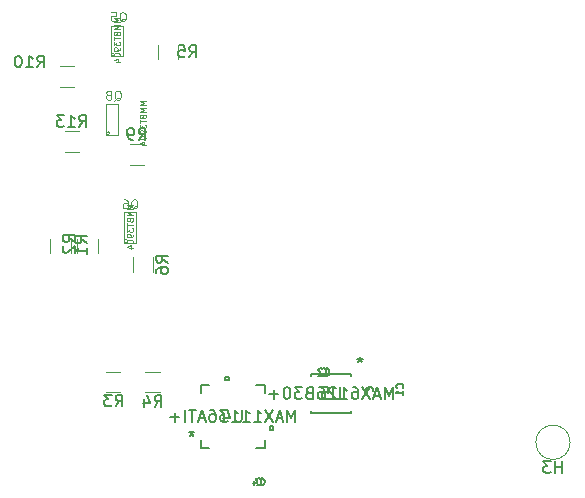
<source format=gbr>
G04 #@! TF.GenerationSoftware,KiCad,Pcbnew,(5.0.1)-rc2*
G04 #@! TF.CreationDate,2018-11-18T14:41:54-07:00*
G04 #@! TF.ProjectId,PowerSupply,506F776572537570706C792E6B696361,rev?*
G04 #@! TF.SameCoordinates,Original*
G04 #@! TF.FileFunction,Legend,Bot*
G04 #@! TF.FilePolarity,Positive*
%FSLAX46Y46*%
G04 Gerber Fmt 4.6, Leading zero omitted, Abs format (unit mm)*
G04 Created by KiCad (PCBNEW (5.0.1)-rc2) date 11/18/2018 2:41:54 PM*
%MOMM*%
%LPD*%
G01*
G04 APERTURE LIST*
%ADD10C,0.120000*%
%ADD11C,0.152400*%
%ADD12C,0.078740*%
%ADD13C,0.150000*%
%ADD14C,0.127000*%
%ADD15C,0.119380*%
%ADD16C,0.099060*%
G04 APERTURE END LIST*
D10*
G04 #@! TO.C,R5*
X214480000Y-93550000D02*
X214480000Y-92350000D01*
X212720000Y-92350000D02*
X212720000Y-93550000D01*
G04 #@! TO.C,R1*
X203616000Y-108766000D02*
X203616000Y-109966000D01*
X205376000Y-109966000D02*
X205376000Y-108766000D01*
G04 #@! TO.C,R2*
X205902000Y-108766000D02*
X205902000Y-109966000D01*
X207662000Y-109966000D02*
X207662000Y-108766000D01*
G04 #@! TO.C,R3*
X209550000Y-120020000D02*
X208350000Y-120020000D01*
X208350000Y-121780000D02*
X209550000Y-121780000D01*
G04 #@! TO.C,R4*
X211700000Y-121780000D02*
X212900000Y-121780000D01*
X212900000Y-120020000D02*
X211700000Y-120020000D01*
G04 #@! TO.C,R6*
X210620000Y-110350000D02*
X210620000Y-111550000D01*
X212380000Y-111550000D02*
X212380000Y-110350000D01*
G04 #@! TO.C,R9*
X211550000Y-100720000D02*
X210350000Y-100720000D01*
X210350000Y-102480000D02*
X211550000Y-102480000D01*
G04 #@! TO.C,R10*
X204450000Y-95880000D02*
X205650000Y-95880000D01*
X205650000Y-94120000D02*
X204450000Y-94120000D01*
G04 #@! TO.C,R13*
X204850000Y-101380000D02*
X206050000Y-101380000D01*
X206050000Y-99620000D02*
X204850000Y-99620000D01*
D11*
G04 #@! TO.C,U4*
X216420300Y-121120300D02*
X217114860Y-121120300D01*
X221779700Y-121120300D02*
X221779700Y-121814860D01*
X221779700Y-126479700D02*
X221085140Y-126479700D01*
X216420300Y-126479700D02*
X216420300Y-125785140D01*
X216420300Y-121814860D02*
X216420300Y-121120300D01*
X221085140Y-121120300D02*
X221779700Y-121120300D01*
X221779700Y-125785140D02*
X221779700Y-126479700D01*
X217114860Y-126479700D02*
X216420300Y-126479700D01*
X218409501Y-120688500D02*
X218409501Y-120434500D01*
X218409501Y-120434500D02*
X218790501Y-120434500D01*
X218790501Y-120434500D02*
X218790501Y-120688500D01*
X218790501Y-120688500D02*
X218409501Y-120688500D01*
X222465500Y-124990501D02*
X222465500Y-124609501D01*
X222465500Y-124609501D02*
X222211500Y-124609501D01*
X222211500Y-124609501D02*
X222211500Y-124990501D01*
X222211500Y-124990501D02*
X222465500Y-124990501D01*
G04 #@! TO.C,U5*
X229092000Y-123551399D02*
X225739200Y-123551399D01*
X225739200Y-123551399D02*
X225739200Y-123385938D01*
X225739200Y-120198599D02*
X229092000Y-120198599D01*
X229092000Y-120198599D02*
X229092000Y-120364060D01*
X229092000Y-123385938D02*
X229092000Y-123551399D01*
X225739200Y-120364060D02*
X225739200Y-120198599D01*
D12*
G04 #@! TO.C,Q5*
X209108550Y-93176020D02*
G75*
G03X209108550Y-93176020I-159070J0D01*
G01*
X209808000Y-90730000D02*
X208792000Y-90730000D01*
X209808000Y-93333500D02*
X208792000Y-93333500D01*
X208792000Y-90730000D02*
X208792000Y-93333500D01*
X209808000Y-93333500D02*
X209808000Y-90730000D01*
G04 #@! TO.C,Q6*
X210908000Y-109133500D02*
X210908000Y-106530000D01*
X209892000Y-106530000D02*
X209892000Y-109133500D01*
X210908000Y-109133500D02*
X209892000Y-109133500D01*
X210908000Y-106530000D02*
X209892000Y-106530000D01*
X210208550Y-108976020D02*
G75*
G03X210208550Y-108976020I-159070J0D01*
G01*
G04 #@! TO.C,Q8*
X209407820Y-99986000D02*
X209407820Y-97382500D01*
X208391820Y-97382500D02*
X208391820Y-99986000D01*
X209407820Y-99986000D02*
X208391820Y-99986000D01*
X209407820Y-97382500D02*
X208391820Y-97382500D01*
X208708370Y-99828520D02*
G75*
G03X208708370Y-99828520I-159070J0D01*
G01*
D10*
G04 #@! TO.C,H3*
X247650000Y-126000000D02*
G75*
G03X247650000Y-126000000I-1450000J0D01*
G01*
G04 #@! TO.C,R5*
D13*
X215416666Y-93402380D02*
X215750000Y-92926190D01*
X215988095Y-93402380D02*
X215988095Y-92402380D01*
X215607142Y-92402380D01*
X215511904Y-92450000D01*
X215464285Y-92497619D01*
X215416666Y-92592857D01*
X215416666Y-92735714D01*
X215464285Y-92830952D01*
X215511904Y-92878571D01*
X215607142Y-92926190D01*
X215988095Y-92926190D01*
X214511904Y-92402380D02*
X214988095Y-92402380D01*
X215035714Y-92878571D01*
X214988095Y-92830952D01*
X214892857Y-92783333D01*
X214654761Y-92783333D01*
X214559523Y-92830952D01*
X214511904Y-92878571D01*
X214464285Y-92973809D01*
X214464285Y-93211904D01*
X214511904Y-93307142D01*
X214559523Y-93354761D01*
X214654761Y-93402380D01*
X214892857Y-93402380D01*
X214988095Y-93354761D01*
X215035714Y-93307142D01*
G04 #@! TO.C,C1*
D14*
X233487714Y-121398400D02*
X233516742Y-121369371D01*
X233545771Y-121282285D01*
X233545771Y-121224228D01*
X233516742Y-121137142D01*
X233458685Y-121079085D01*
X233400628Y-121050057D01*
X233284514Y-121021028D01*
X233197428Y-121021028D01*
X233081314Y-121050057D01*
X233023257Y-121079085D01*
X232965200Y-121137142D01*
X232936171Y-121224228D01*
X232936171Y-121282285D01*
X232965200Y-121369371D01*
X232994228Y-121398400D01*
X233545771Y-121978971D02*
X233545771Y-121630628D01*
X233545771Y-121804800D02*
X232936171Y-121804800D01*
X233023257Y-121746742D01*
X233081314Y-121688685D01*
X233110342Y-121630628D01*
X230947714Y-121688685D02*
X230976742Y-121659657D01*
X231005771Y-121572571D01*
X231005771Y-121514514D01*
X230976742Y-121427428D01*
X230918685Y-121369371D01*
X230860628Y-121340342D01*
X230744514Y-121311314D01*
X230657428Y-121311314D01*
X230541314Y-121340342D01*
X230483257Y-121369371D01*
X230425200Y-121427428D01*
X230396171Y-121514514D01*
X230396171Y-121572571D01*
X230425200Y-121659657D01*
X230454228Y-121688685D01*
G04 #@! TO.C,C2*
X226902440Y-120287714D02*
X226931468Y-120316742D01*
X227018554Y-120345771D01*
X227076611Y-120345771D01*
X227163697Y-120316742D01*
X227221754Y-120258685D01*
X227250782Y-120200628D01*
X227279811Y-120084514D01*
X227279811Y-119997428D01*
X227250782Y-119881314D01*
X227221754Y-119823257D01*
X227163697Y-119765200D01*
X227076611Y-119736171D01*
X227018554Y-119736171D01*
X226931468Y-119765200D01*
X226902440Y-119794228D01*
X226670211Y-119794228D02*
X226641182Y-119765200D01*
X226583125Y-119736171D01*
X226437982Y-119736171D01*
X226379925Y-119765200D01*
X226350897Y-119794228D01*
X226321868Y-119852285D01*
X226321868Y-119910342D01*
X226350897Y-119997428D01*
X226699240Y-120345771D01*
X226321868Y-120345771D01*
X226612154Y-120287714D02*
X226641182Y-120316742D01*
X226728268Y-120345771D01*
X226786325Y-120345771D01*
X226873411Y-120316742D01*
X226931468Y-120258685D01*
X226960497Y-120200628D01*
X226989525Y-120084514D01*
X226989525Y-119997428D01*
X226960497Y-119881314D01*
X226931468Y-119823257D01*
X226873411Y-119765200D01*
X226786325Y-119736171D01*
X226728268Y-119736171D01*
X226641182Y-119765200D01*
X226612154Y-119794228D01*
G04 #@! TO.C,C4*
X221401600Y-129587714D02*
X221430628Y-129616742D01*
X221517714Y-129645771D01*
X221575771Y-129645771D01*
X221662857Y-129616742D01*
X221720914Y-129558685D01*
X221749942Y-129500628D01*
X221778971Y-129384514D01*
X221778971Y-129297428D01*
X221749942Y-129181314D01*
X221720914Y-129123257D01*
X221662857Y-129065200D01*
X221575771Y-129036171D01*
X221517714Y-129036171D01*
X221430628Y-129065200D01*
X221401600Y-129094228D01*
X220879085Y-129239371D02*
X220879085Y-129645771D01*
X221024228Y-129007142D02*
X221169371Y-129442571D01*
X220792000Y-129442571D01*
X221111314Y-129587714D02*
X221140342Y-129616742D01*
X221227428Y-129645771D01*
X221285485Y-129645771D01*
X221372571Y-129616742D01*
X221430628Y-129558685D01*
X221459657Y-129500628D01*
X221488685Y-129384514D01*
X221488685Y-129297428D01*
X221459657Y-129181314D01*
X221430628Y-129123257D01*
X221372571Y-129065200D01*
X221285485Y-129036171D01*
X221227428Y-129036171D01*
X221140342Y-129065200D01*
X221111314Y-129094228D01*
G04 #@! TO.C,R1*
D13*
X206726380Y-109133333D02*
X206250190Y-108800000D01*
X206726380Y-108561904D02*
X205726380Y-108561904D01*
X205726380Y-108942857D01*
X205774000Y-109038095D01*
X205821619Y-109085714D01*
X205916857Y-109133333D01*
X206059714Y-109133333D01*
X206154952Y-109085714D01*
X206202571Y-109038095D01*
X206250190Y-108942857D01*
X206250190Y-108561904D01*
X206726380Y-110085714D02*
X206726380Y-109514285D01*
X206726380Y-109800000D02*
X205726380Y-109800000D01*
X205869238Y-109704761D01*
X205964476Y-109609523D01*
X206012095Y-109514285D01*
G04 #@! TO.C,R2*
X205710380Y-109011333D02*
X205234190Y-108678000D01*
X205710380Y-108439904D02*
X204710380Y-108439904D01*
X204710380Y-108820857D01*
X204758000Y-108916095D01*
X204805619Y-108963714D01*
X204900857Y-109011333D01*
X205043714Y-109011333D01*
X205138952Y-108963714D01*
X205186571Y-108916095D01*
X205234190Y-108820857D01*
X205234190Y-108439904D01*
X204805619Y-109392285D02*
X204758000Y-109439904D01*
X204710380Y-109535142D01*
X204710380Y-109773238D01*
X204758000Y-109868476D01*
X204805619Y-109916095D01*
X204900857Y-109963714D01*
X204996095Y-109963714D01*
X205138952Y-109916095D01*
X205710380Y-109344666D01*
X205710380Y-109963714D01*
G04 #@! TO.C,R3*
X209166666Y-122952380D02*
X209500000Y-122476190D01*
X209738095Y-122952380D02*
X209738095Y-121952380D01*
X209357142Y-121952380D01*
X209261904Y-122000000D01*
X209214285Y-122047619D01*
X209166666Y-122142857D01*
X209166666Y-122285714D01*
X209214285Y-122380952D01*
X209261904Y-122428571D01*
X209357142Y-122476190D01*
X209738095Y-122476190D01*
X208833333Y-121952380D02*
X208214285Y-121952380D01*
X208547619Y-122333333D01*
X208404761Y-122333333D01*
X208309523Y-122380952D01*
X208261904Y-122428571D01*
X208214285Y-122523809D01*
X208214285Y-122761904D01*
X208261904Y-122857142D01*
X208309523Y-122904761D01*
X208404761Y-122952380D01*
X208690476Y-122952380D01*
X208785714Y-122904761D01*
X208833333Y-122857142D01*
G04 #@! TO.C,R4*
X212466666Y-123002380D02*
X212800000Y-122526190D01*
X213038095Y-123002380D02*
X213038095Y-122002380D01*
X212657142Y-122002380D01*
X212561904Y-122050000D01*
X212514285Y-122097619D01*
X212466666Y-122192857D01*
X212466666Y-122335714D01*
X212514285Y-122430952D01*
X212561904Y-122478571D01*
X212657142Y-122526190D01*
X213038095Y-122526190D01*
X211609523Y-122335714D02*
X211609523Y-123002380D01*
X211847619Y-121954761D02*
X212085714Y-122669047D01*
X211466666Y-122669047D01*
G04 #@! TO.C,R6*
X213602380Y-110783333D02*
X213126190Y-110450000D01*
X213602380Y-110211904D02*
X212602380Y-110211904D01*
X212602380Y-110592857D01*
X212650000Y-110688095D01*
X212697619Y-110735714D01*
X212792857Y-110783333D01*
X212935714Y-110783333D01*
X213030952Y-110735714D01*
X213078571Y-110688095D01*
X213126190Y-110592857D01*
X213126190Y-110211904D01*
X212602380Y-111640476D02*
X212602380Y-111450000D01*
X212650000Y-111354761D01*
X212697619Y-111307142D01*
X212840476Y-111211904D01*
X213030952Y-111164285D01*
X213411904Y-111164285D01*
X213507142Y-111211904D01*
X213554761Y-111259523D01*
X213602380Y-111354761D01*
X213602380Y-111545238D01*
X213554761Y-111640476D01*
X213507142Y-111688095D01*
X213411904Y-111735714D01*
X213173809Y-111735714D01*
X213078571Y-111688095D01*
X213030952Y-111640476D01*
X212983333Y-111545238D01*
X212983333Y-111354761D01*
X213030952Y-111259523D01*
X213078571Y-111211904D01*
X213173809Y-111164285D01*
G04 #@! TO.C,R9*
X211116666Y-100402380D02*
X211450000Y-99926190D01*
X211688095Y-100402380D02*
X211688095Y-99402380D01*
X211307142Y-99402380D01*
X211211904Y-99450000D01*
X211164285Y-99497619D01*
X211116666Y-99592857D01*
X211116666Y-99735714D01*
X211164285Y-99830952D01*
X211211904Y-99878571D01*
X211307142Y-99926190D01*
X211688095Y-99926190D01*
X210640476Y-100402380D02*
X210450000Y-100402380D01*
X210354761Y-100354761D01*
X210307142Y-100307142D01*
X210211904Y-100164285D01*
X210164285Y-99973809D01*
X210164285Y-99592857D01*
X210211904Y-99497619D01*
X210259523Y-99450000D01*
X210354761Y-99402380D01*
X210545238Y-99402380D01*
X210640476Y-99450000D01*
X210688095Y-99497619D01*
X210735714Y-99592857D01*
X210735714Y-99830952D01*
X210688095Y-99926190D01*
X210640476Y-99973809D01*
X210545238Y-100021428D01*
X210354761Y-100021428D01*
X210259523Y-99973809D01*
X210211904Y-99926190D01*
X210164285Y-99830952D01*
G04 #@! TO.C,R10*
X202542857Y-94252380D02*
X202876190Y-93776190D01*
X203114285Y-94252380D02*
X203114285Y-93252380D01*
X202733333Y-93252380D01*
X202638095Y-93300000D01*
X202590476Y-93347619D01*
X202542857Y-93442857D01*
X202542857Y-93585714D01*
X202590476Y-93680952D01*
X202638095Y-93728571D01*
X202733333Y-93776190D01*
X203114285Y-93776190D01*
X201590476Y-94252380D02*
X202161904Y-94252380D01*
X201876190Y-94252380D02*
X201876190Y-93252380D01*
X201971428Y-93395238D01*
X202066666Y-93490476D01*
X202161904Y-93538095D01*
X200971428Y-93252380D02*
X200876190Y-93252380D01*
X200780952Y-93300000D01*
X200733333Y-93347619D01*
X200685714Y-93442857D01*
X200638095Y-93633333D01*
X200638095Y-93871428D01*
X200685714Y-94061904D01*
X200733333Y-94157142D01*
X200780952Y-94204761D01*
X200876190Y-94252380D01*
X200971428Y-94252380D01*
X201066666Y-94204761D01*
X201114285Y-94157142D01*
X201161904Y-94061904D01*
X201209523Y-93871428D01*
X201209523Y-93633333D01*
X201161904Y-93442857D01*
X201114285Y-93347619D01*
X201066666Y-93300000D01*
X200971428Y-93252380D01*
G04 #@! TO.C,R13*
X206092857Y-99302380D02*
X206426190Y-98826190D01*
X206664285Y-99302380D02*
X206664285Y-98302380D01*
X206283333Y-98302380D01*
X206188095Y-98350000D01*
X206140476Y-98397619D01*
X206092857Y-98492857D01*
X206092857Y-98635714D01*
X206140476Y-98730952D01*
X206188095Y-98778571D01*
X206283333Y-98826190D01*
X206664285Y-98826190D01*
X205140476Y-99302380D02*
X205711904Y-99302380D01*
X205426190Y-99302380D02*
X205426190Y-98302380D01*
X205521428Y-98445238D01*
X205616666Y-98540476D01*
X205711904Y-98588095D01*
X204807142Y-98302380D02*
X204188095Y-98302380D01*
X204521428Y-98683333D01*
X204378571Y-98683333D01*
X204283333Y-98730952D01*
X204235714Y-98778571D01*
X204188095Y-98873809D01*
X204188095Y-99111904D01*
X204235714Y-99207142D01*
X204283333Y-99254761D01*
X204378571Y-99302380D01*
X204664285Y-99302380D01*
X204759523Y-99254761D01*
X204807142Y-99207142D01*
G04 #@! TO.C,U4*
X219861904Y-123252380D02*
X219861904Y-124061904D01*
X219814285Y-124157142D01*
X219766666Y-124204761D01*
X219671428Y-124252380D01*
X219480952Y-124252380D01*
X219385714Y-124204761D01*
X219338095Y-124157142D01*
X219290476Y-124061904D01*
X219290476Y-123252380D01*
X218385714Y-123585714D02*
X218385714Y-124252380D01*
X218623809Y-123204761D02*
X218861904Y-123919047D01*
X218242857Y-123919047D01*
X224385714Y-124252380D02*
X224385714Y-123252380D01*
X224052380Y-123966666D01*
X223719047Y-123252380D01*
X223719047Y-124252380D01*
X223290476Y-123966666D02*
X222814285Y-123966666D01*
X223385714Y-124252380D02*
X223052380Y-123252380D01*
X222719047Y-124252380D01*
X222480952Y-123252380D02*
X221814285Y-124252380D01*
X221814285Y-123252380D02*
X222480952Y-124252380D01*
X220909523Y-124252380D02*
X221480952Y-124252380D01*
X221195238Y-124252380D02*
X221195238Y-123252380D01*
X221290476Y-123395238D01*
X221385714Y-123490476D01*
X221480952Y-123538095D01*
X219957142Y-124252380D02*
X220528571Y-124252380D01*
X220242857Y-124252380D02*
X220242857Y-123252380D01*
X220338095Y-123395238D01*
X220433333Y-123490476D01*
X220528571Y-123538095D01*
X219004761Y-124252380D02*
X219576190Y-124252380D01*
X219290476Y-124252380D02*
X219290476Y-123252380D01*
X219385714Y-123395238D01*
X219480952Y-123490476D01*
X219576190Y-123538095D01*
X218671428Y-123252380D02*
X218052380Y-123252380D01*
X218385714Y-123633333D01*
X218242857Y-123633333D01*
X218147619Y-123680952D01*
X218100000Y-123728571D01*
X218052380Y-123823809D01*
X218052380Y-124061904D01*
X218100000Y-124157142D01*
X218147619Y-124204761D01*
X218242857Y-124252380D01*
X218528571Y-124252380D01*
X218623809Y-124204761D01*
X218671428Y-124157142D01*
X217195238Y-123252380D02*
X217385714Y-123252380D01*
X217480952Y-123300000D01*
X217528571Y-123347619D01*
X217623809Y-123490476D01*
X217671428Y-123680952D01*
X217671428Y-124061904D01*
X217623809Y-124157142D01*
X217576190Y-124204761D01*
X217480952Y-124252380D01*
X217290476Y-124252380D01*
X217195238Y-124204761D01*
X217147619Y-124157142D01*
X217100000Y-124061904D01*
X217100000Y-123823809D01*
X217147619Y-123728571D01*
X217195238Y-123680952D01*
X217290476Y-123633333D01*
X217480952Y-123633333D01*
X217576190Y-123680952D01*
X217623809Y-123728571D01*
X217671428Y-123823809D01*
X216719047Y-123966666D02*
X216242857Y-123966666D01*
X216814285Y-124252380D02*
X216480952Y-123252380D01*
X216147619Y-124252380D01*
X215957142Y-123252380D02*
X215385714Y-123252380D01*
X215671428Y-124252380D02*
X215671428Y-123252380D01*
X215052380Y-124252380D02*
X215052380Y-123252380D01*
X214576190Y-123871428D02*
X213814285Y-123871428D01*
X214195238Y-124252380D02*
X214195238Y-123490476D01*
X215607500Y-125002380D02*
X215607500Y-125240476D01*
X215845595Y-125145238D02*
X215607500Y-125240476D01*
X215369404Y-125145238D01*
X215750357Y-125430952D02*
X215607500Y-125240476D01*
X215464642Y-125430952D01*
G04 #@! TO.C,U5*
X228177504Y-121327379D02*
X228177504Y-122136903D01*
X228129885Y-122232141D01*
X228082266Y-122279760D01*
X227987028Y-122327379D01*
X227796552Y-122327379D01*
X227701314Y-122279760D01*
X227653695Y-122232141D01*
X227606076Y-122136903D01*
X227606076Y-121327379D01*
X226653695Y-121327379D02*
X227129885Y-121327379D01*
X227177504Y-121803570D01*
X227129885Y-121755951D01*
X227034647Y-121708332D01*
X226796552Y-121708332D01*
X226701314Y-121755951D01*
X226653695Y-121803570D01*
X226606076Y-121898808D01*
X226606076Y-122136903D01*
X226653695Y-122232141D01*
X226701314Y-122279760D01*
X226796552Y-122327379D01*
X227034647Y-122327379D01*
X227129885Y-122279760D01*
X227177504Y-122232141D01*
X232629885Y-122327379D02*
X232629885Y-121327379D01*
X232296552Y-122041665D01*
X231963219Y-121327379D01*
X231963219Y-122327379D01*
X231534647Y-122041665D02*
X231058457Y-122041665D01*
X231629885Y-122327379D02*
X231296552Y-121327379D01*
X230963219Y-122327379D01*
X230725123Y-121327379D02*
X230058457Y-122327379D01*
X230058457Y-121327379D02*
X230725123Y-122327379D01*
X229248933Y-121327379D02*
X229439409Y-121327379D01*
X229534647Y-121374999D01*
X229582266Y-121422618D01*
X229677504Y-121565475D01*
X229725123Y-121755951D01*
X229725123Y-122136903D01*
X229677504Y-122232141D01*
X229629885Y-122279760D01*
X229534647Y-122327379D01*
X229344171Y-122327379D01*
X229248933Y-122279760D01*
X229201314Y-122232141D01*
X229153695Y-122136903D01*
X229153695Y-121898808D01*
X229201314Y-121803570D01*
X229248933Y-121755951D01*
X229344171Y-121708332D01*
X229534647Y-121708332D01*
X229629885Y-121755951D01*
X229677504Y-121803570D01*
X229725123Y-121898808D01*
X228201314Y-122327379D02*
X228772742Y-122327379D01*
X228487028Y-122327379D02*
X228487028Y-121327379D01*
X228582266Y-121470237D01*
X228677504Y-121565475D01*
X228772742Y-121613094D01*
X227820361Y-121422618D02*
X227772742Y-121374999D01*
X227677504Y-121327379D01*
X227439409Y-121327379D01*
X227344171Y-121374999D01*
X227296552Y-121422618D01*
X227248933Y-121517856D01*
X227248933Y-121613094D01*
X227296552Y-121755951D01*
X227867980Y-122327379D01*
X227248933Y-122327379D01*
X226391790Y-121327379D02*
X226582266Y-121327379D01*
X226677504Y-121374999D01*
X226725123Y-121422618D01*
X226820361Y-121565475D01*
X226867980Y-121755951D01*
X226867980Y-122136903D01*
X226820361Y-122232141D01*
X226772742Y-122279760D01*
X226677504Y-122327379D01*
X226487028Y-122327379D01*
X226391790Y-122279760D01*
X226344171Y-122232141D01*
X226296552Y-122136903D01*
X226296552Y-121898808D01*
X226344171Y-121803570D01*
X226391790Y-121755951D01*
X226487028Y-121708332D01*
X226677504Y-121708332D01*
X226772742Y-121755951D01*
X226820361Y-121803570D01*
X226867980Y-121898808D01*
X225534647Y-121803570D02*
X225391790Y-121851189D01*
X225344171Y-121898808D01*
X225296552Y-121994046D01*
X225296552Y-122136903D01*
X225344171Y-122232141D01*
X225391790Y-122279760D01*
X225487028Y-122327379D01*
X225867980Y-122327379D01*
X225867980Y-121327379D01*
X225534647Y-121327379D01*
X225439409Y-121374999D01*
X225391790Y-121422618D01*
X225344171Y-121517856D01*
X225344171Y-121613094D01*
X225391790Y-121708332D01*
X225439409Y-121755951D01*
X225534647Y-121803570D01*
X225867980Y-121803570D01*
X224963219Y-121327379D02*
X224344171Y-121327379D01*
X224677504Y-121708332D01*
X224534647Y-121708332D01*
X224439409Y-121755951D01*
X224391790Y-121803570D01*
X224344171Y-121898808D01*
X224344171Y-122136903D01*
X224391790Y-122232141D01*
X224439409Y-122279760D01*
X224534647Y-122327379D01*
X224820361Y-122327379D01*
X224915600Y-122279760D01*
X224963219Y-122232141D01*
X223725123Y-121327379D02*
X223629885Y-121327379D01*
X223534647Y-121374999D01*
X223487028Y-121422618D01*
X223439409Y-121517856D01*
X223391790Y-121708332D01*
X223391790Y-121946427D01*
X223439409Y-122136903D01*
X223487028Y-122232141D01*
X223534647Y-122279760D01*
X223629885Y-122327379D01*
X223725123Y-122327379D01*
X223820361Y-122279760D01*
X223867980Y-122232141D01*
X223915600Y-122136903D01*
X223963219Y-121946427D01*
X223963219Y-121708332D01*
X223915600Y-121517856D01*
X223867980Y-121422618D01*
X223820361Y-121374999D01*
X223725123Y-121327379D01*
X222963219Y-121946427D02*
X222201314Y-121946427D01*
X222582266Y-122327379D02*
X222582266Y-121565475D01*
X229854000Y-118802979D02*
X229854000Y-119041075D01*
X230092095Y-118945837D02*
X229854000Y-119041075D01*
X229615904Y-118945837D01*
X229996857Y-119231551D02*
X229854000Y-119041075D01*
X229711142Y-119231551D01*
G04 #@! TO.C,Q5*
D15*
X209471631Y-90418305D02*
X209544202Y-90382020D01*
X209616774Y-90309448D01*
X209725631Y-90200591D01*
X209798202Y-90164305D01*
X209870774Y-90164305D01*
X209834488Y-90345734D02*
X209907060Y-90309448D01*
X209979631Y-90236877D01*
X210015917Y-90091734D01*
X210015917Y-89837734D01*
X209979631Y-89692591D01*
X209907060Y-89620020D01*
X209834488Y-89583734D01*
X209689345Y-89583734D01*
X209616774Y-89620020D01*
X209544202Y-89692591D01*
X209507917Y-89837734D01*
X209507917Y-90091734D01*
X209544202Y-90236877D01*
X209616774Y-90309448D01*
X209689345Y-90345734D01*
X209834488Y-90345734D01*
X208818488Y-89583734D02*
X209181345Y-89583734D01*
X209217631Y-89946591D01*
X209181345Y-89910305D01*
X209108774Y-89874020D01*
X208927345Y-89874020D01*
X208854774Y-89910305D01*
X208818488Y-89946591D01*
X208782202Y-90019162D01*
X208782202Y-90200591D01*
X208818488Y-90273162D01*
X208854774Y-90309448D01*
X208927345Y-90345734D01*
X209108774Y-90345734D01*
X209181345Y-90309448D01*
X209217631Y-90273162D01*
D16*
X209526362Y-90089859D02*
X209025982Y-90089859D01*
X209383396Y-90256652D01*
X209025982Y-90423446D01*
X209526362Y-90423446D01*
X209526362Y-90661722D02*
X209025982Y-90661722D01*
X209383396Y-90828515D01*
X209025982Y-90995309D01*
X209526362Y-90995309D01*
X209264258Y-91400378D02*
X209288086Y-91471861D01*
X209311913Y-91495689D01*
X209359569Y-91519516D01*
X209431051Y-91519516D01*
X209478707Y-91495689D01*
X209502534Y-91471861D01*
X209526362Y-91424206D01*
X209526362Y-91233585D01*
X209025982Y-91233585D01*
X209025982Y-91400378D01*
X209049810Y-91448033D01*
X209073637Y-91471861D01*
X209121292Y-91495689D01*
X209168948Y-91495689D01*
X209216603Y-91471861D01*
X209240430Y-91448033D01*
X209264258Y-91400378D01*
X209264258Y-91233585D01*
X209025982Y-91662482D02*
X209025982Y-91948413D01*
X209526362Y-91805448D02*
X209025982Y-91805448D01*
X209025982Y-92067551D02*
X209025982Y-92377310D01*
X209216603Y-92210517D01*
X209216603Y-92282000D01*
X209240430Y-92329655D01*
X209264258Y-92353483D01*
X209311913Y-92377310D01*
X209431051Y-92377310D01*
X209478707Y-92353483D01*
X209502534Y-92329655D01*
X209526362Y-92282000D01*
X209526362Y-92139034D01*
X209502534Y-92091379D01*
X209478707Y-92067551D01*
X209526362Y-92615587D02*
X209526362Y-92710897D01*
X209502534Y-92758552D01*
X209478707Y-92782380D01*
X209407224Y-92830035D01*
X209311913Y-92853863D01*
X209121292Y-92853863D01*
X209073637Y-92830035D01*
X209049810Y-92806208D01*
X209025982Y-92758552D01*
X209025982Y-92663242D01*
X209049810Y-92615587D01*
X209073637Y-92591759D01*
X209121292Y-92567931D01*
X209240430Y-92567931D01*
X209288086Y-92591759D01*
X209311913Y-92615587D01*
X209335741Y-92663242D01*
X209335741Y-92758552D01*
X209311913Y-92806208D01*
X209288086Y-92830035D01*
X209240430Y-92853863D01*
X209025982Y-93163622D02*
X209025982Y-93211277D01*
X209049810Y-93258932D01*
X209073637Y-93282760D01*
X209121292Y-93306588D01*
X209216603Y-93330415D01*
X209335741Y-93330415D01*
X209431051Y-93306588D01*
X209478707Y-93282760D01*
X209502534Y-93258932D01*
X209526362Y-93211277D01*
X209526362Y-93163622D01*
X209502534Y-93115967D01*
X209478707Y-93092139D01*
X209431051Y-93068311D01*
X209335741Y-93044484D01*
X209216603Y-93044484D01*
X209121292Y-93068311D01*
X209073637Y-93092139D01*
X209049810Y-93115967D01*
X209025982Y-93163622D01*
X209192775Y-93759312D02*
X209526362Y-93759312D01*
X209002154Y-93640174D02*
X209359569Y-93521036D01*
X209359569Y-93830795D01*
G04 #@! TO.C,Q6*
D15*
X210472751Y-106264785D02*
X210545322Y-106228500D01*
X210617894Y-106155928D01*
X210726751Y-106047071D01*
X210799322Y-106010785D01*
X210871894Y-106010785D01*
X210835608Y-106192214D02*
X210908180Y-106155928D01*
X210980751Y-106083357D01*
X211017037Y-105938214D01*
X211017037Y-105684214D01*
X210980751Y-105539071D01*
X210908180Y-105466500D01*
X210835608Y-105430214D01*
X210690465Y-105430214D01*
X210617894Y-105466500D01*
X210545322Y-105539071D01*
X210509037Y-105684214D01*
X210509037Y-105938214D01*
X210545322Y-106083357D01*
X210617894Y-106155928D01*
X210690465Y-106192214D01*
X210835608Y-106192214D01*
X209855894Y-105430214D02*
X210001037Y-105430214D01*
X210073608Y-105466500D01*
X210109894Y-105502785D01*
X210182465Y-105611642D01*
X210218751Y-105756785D01*
X210218751Y-106047071D01*
X210182465Y-106119642D01*
X210146180Y-106155928D01*
X210073608Y-106192214D01*
X209928465Y-106192214D01*
X209855894Y-106155928D01*
X209819608Y-106119642D01*
X209783322Y-106047071D01*
X209783322Y-105865642D01*
X209819608Y-105793071D01*
X209855894Y-105756785D01*
X209928465Y-105720500D01*
X210073608Y-105720500D01*
X210146180Y-105756785D01*
X210182465Y-105793071D01*
X210218751Y-105865642D01*
D16*
X210626362Y-105889859D02*
X210125982Y-105889859D01*
X210483396Y-106056652D01*
X210125982Y-106223446D01*
X210626362Y-106223446D01*
X210626362Y-106461722D02*
X210125982Y-106461722D01*
X210483396Y-106628515D01*
X210125982Y-106795309D01*
X210626362Y-106795309D01*
X210364258Y-107200378D02*
X210388086Y-107271861D01*
X210411913Y-107295689D01*
X210459569Y-107319516D01*
X210531051Y-107319516D01*
X210578707Y-107295689D01*
X210602534Y-107271861D01*
X210626362Y-107224206D01*
X210626362Y-107033585D01*
X210125982Y-107033585D01*
X210125982Y-107200378D01*
X210149810Y-107248033D01*
X210173637Y-107271861D01*
X210221292Y-107295689D01*
X210268948Y-107295689D01*
X210316603Y-107271861D01*
X210340430Y-107248033D01*
X210364258Y-107200378D01*
X210364258Y-107033585D01*
X210125982Y-107462482D02*
X210125982Y-107748413D01*
X210626362Y-107605448D02*
X210125982Y-107605448D01*
X210125982Y-107867551D02*
X210125982Y-108177310D01*
X210316603Y-108010517D01*
X210316603Y-108082000D01*
X210340430Y-108129655D01*
X210364258Y-108153483D01*
X210411913Y-108177310D01*
X210531051Y-108177310D01*
X210578707Y-108153483D01*
X210602534Y-108129655D01*
X210626362Y-108082000D01*
X210626362Y-107939034D01*
X210602534Y-107891379D01*
X210578707Y-107867551D01*
X210626362Y-108415587D02*
X210626362Y-108510897D01*
X210602534Y-108558552D01*
X210578707Y-108582380D01*
X210507224Y-108630035D01*
X210411913Y-108653863D01*
X210221292Y-108653863D01*
X210173637Y-108630035D01*
X210149810Y-108606208D01*
X210125982Y-108558552D01*
X210125982Y-108463242D01*
X210149810Y-108415587D01*
X210173637Y-108391759D01*
X210221292Y-108367931D01*
X210340430Y-108367931D01*
X210388086Y-108391759D01*
X210411913Y-108415587D01*
X210435741Y-108463242D01*
X210435741Y-108558552D01*
X210411913Y-108606208D01*
X210388086Y-108630035D01*
X210340430Y-108653863D01*
X210125982Y-108963622D02*
X210125982Y-109011277D01*
X210149810Y-109058932D01*
X210173637Y-109082760D01*
X210221292Y-109106588D01*
X210316603Y-109130415D01*
X210435741Y-109130415D01*
X210531051Y-109106588D01*
X210578707Y-109082760D01*
X210602534Y-109058932D01*
X210626362Y-109011277D01*
X210626362Y-108963622D01*
X210602534Y-108915967D01*
X210578707Y-108892139D01*
X210531051Y-108868311D01*
X210435741Y-108844484D01*
X210316603Y-108844484D01*
X210221292Y-108868311D01*
X210173637Y-108892139D01*
X210149810Y-108915967D01*
X210125982Y-108963622D01*
X210292775Y-109559312D02*
X210626362Y-109559312D01*
X210102154Y-109440174D02*
X210459569Y-109321036D01*
X210459569Y-109630795D01*
G04 #@! TO.C,Q8*
D15*
X209071451Y-97070805D02*
X209144022Y-97034520D01*
X209216594Y-96961948D01*
X209325451Y-96853091D01*
X209398022Y-96816805D01*
X209470594Y-96816805D01*
X209434308Y-96998234D02*
X209506880Y-96961948D01*
X209579451Y-96889377D01*
X209615737Y-96744234D01*
X209615737Y-96490234D01*
X209579451Y-96345091D01*
X209506880Y-96272520D01*
X209434308Y-96236234D01*
X209289165Y-96236234D01*
X209216594Y-96272520D01*
X209144022Y-96345091D01*
X209107737Y-96490234D01*
X209107737Y-96744234D01*
X209144022Y-96889377D01*
X209216594Y-96961948D01*
X209289165Y-96998234D01*
X209434308Y-96998234D01*
X208672308Y-96562805D02*
X208744880Y-96526520D01*
X208781165Y-96490234D01*
X208817451Y-96417662D01*
X208817451Y-96381377D01*
X208781165Y-96308805D01*
X208744880Y-96272520D01*
X208672308Y-96236234D01*
X208527165Y-96236234D01*
X208454594Y-96272520D01*
X208418308Y-96308805D01*
X208382022Y-96381377D01*
X208382022Y-96417662D01*
X208418308Y-96490234D01*
X208454594Y-96526520D01*
X208527165Y-96562805D01*
X208672308Y-96562805D01*
X208744880Y-96599091D01*
X208781165Y-96635377D01*
X208817451Y-96707948D01*
X208817451Y-96853091D01*
X208781165Y-96925662D01*
X208744880Y-96961948D01*
X208672308Y-96998234D01*
X208527165Y-96998234D01*
X208454594Y-96961948D01*
X208418308Y-96925662D01*
X208382022Y-96853091D01*
X208382022Y-96707948D01*
X208418308Y-96635377D01*
X208454594Y-96599091D01*
X208527165Y-96562805D01*
D16*
X211726382Y-97120320D02*
X211226002Y-97120320D01*
X211583416Y-97287113D01*
X211226002Y-97453907D01*
X211726382Y-97453907D01*
X211726382Y-97692183D02*
X211226002Y-97692183D01*
X211583416Y-97858976D01*
X211226002Y-98025770D01*
X211726382Y-98025770D01*
X211464278Y-98430839D02*
X211488106Y-98502322D01*
X211511933Y-98526150D01*
X211559589Y-98549977D01*
X211631071Y-98549977D01*
X211678727Y-98526150D01*
X211702554Y-98502322D01*
X211726382Y-98454667D01*
X211726382Y-98264046D01*
X211226002Y-98264046D01*
X211226002Y-98430839D01*
X211249830Y-98478494D01*
X211273657Y-98502322D01*
X211321312Y-98526150D01*
X211368968Y-98526150D01*
X211416623Y-98502322D01*
X211440450Y-98478494D01*
X211464278Y-98430839D01*
X211464278Y-98264046D01*
X211226002Y-98692943D02*
X211226002Y-98978874D01*
X211726382Y-98835909D02*
X211226002Y-98835909D01*
X211226002Y-99098012D02*
X211226002Y-99407771D01*
X211416623Y-99240978D01*
X211416623Y-99312461D01*
X211440450Y-99360116D01*
X211464278Y-99383944D01*
X211511933Y-99407771D01*
X211631071Y-99407771D01*
X211678727Y-99383944D01*
X211702554Y-99360116D01*
X211726382Y-99312461D01*
X211726382Y-99169495D01*
X211702554Y-99121840D01*
X211678727Y-99098012D01*
X211726382Y-99646048D02*
X211726382Y-99741358D01*
X211702554Y-99789013D01*
X211678727Y-99812841D01*
X211607244Y-99860496D01*
X211511933Y-99884324D01*
X211321312Y-99884324D01*
X211273657Y-99860496D01*
X211249830Y-99836669D01*
X211226002Y-99789013D01*
X211226002Y-99693703D01*
X211249830Y-99646048D01*
X211273657Y-99622220D01*
X211321312Y-99598392D01*
X211440450Y-99598392D01*
X211488106Y-99622220D01*
X211511933Y-99646048D01*
X211535761Y-99693703D01*
X211535761Y-99789013D01*
X211511933Y-99836669D01*
X211488106Y-99860496D01*
X211440450Y-99884324D01*
X211226002Y-100194083D02*
X211226002Y-100241738D01*
X211249830Y-100289393D01*
X211273657Y-100313221D01*
X211321312Y-100337049D01*
X211416623Y-100360876D01*
X211535761Y-100360876D01*
X211631071Y-100337049D01*
X211678727Y-100313221D01*
X211702554Y-100289393D01*
X211726382Y-100241738D01*
X211726382Y-100194083D01*
X211702554Y-100146428D01*
X211678727Y-100122600D01*
X211631071Y-100098772D01*
X211535761Y-100074945D01*
X211416623Y-100074945D01*
X211321312Y-100098772D01*
X211273657Y-100122600D01*
X211249830Y-100146428D01*
X211226002Y-100194083D01*
X211392795Y-100789773D02*
X211726382Y-100789773D01*
X211202174Y-100670635D02*
X211559589Y-100551497D01*
X211559589Y-100861256D01*
G04 #@! TO.C,H3*
D13*
X246961904Y-128600380D02*
X246961904Y-127600380D01*
X246961904Y-128076571D02*
X246390476Y-128076571D01*
X246390476Y-128600380D02*
X246390476Y-127600380D01*
X246009523Y-127600380D02*
X245390476Y-127600380D01*
X245723809Y-127981333D01*
X245580952Y-127981333D01*
X245485714Y-128028952D01*
X245438095Y-128076571D01*
X245390476Y-128171809D01*
X245390476Y-128409904D01*
X245438095Y-128505142D01*
X245485714Y-128552761D01*
X245580952Y-128600380D01*
X245866666Y-128600380D01*
X245961904Y-128552761D01*
X246009523Y-128505142D01*
G04 #@! TD*
M02*

</source>
